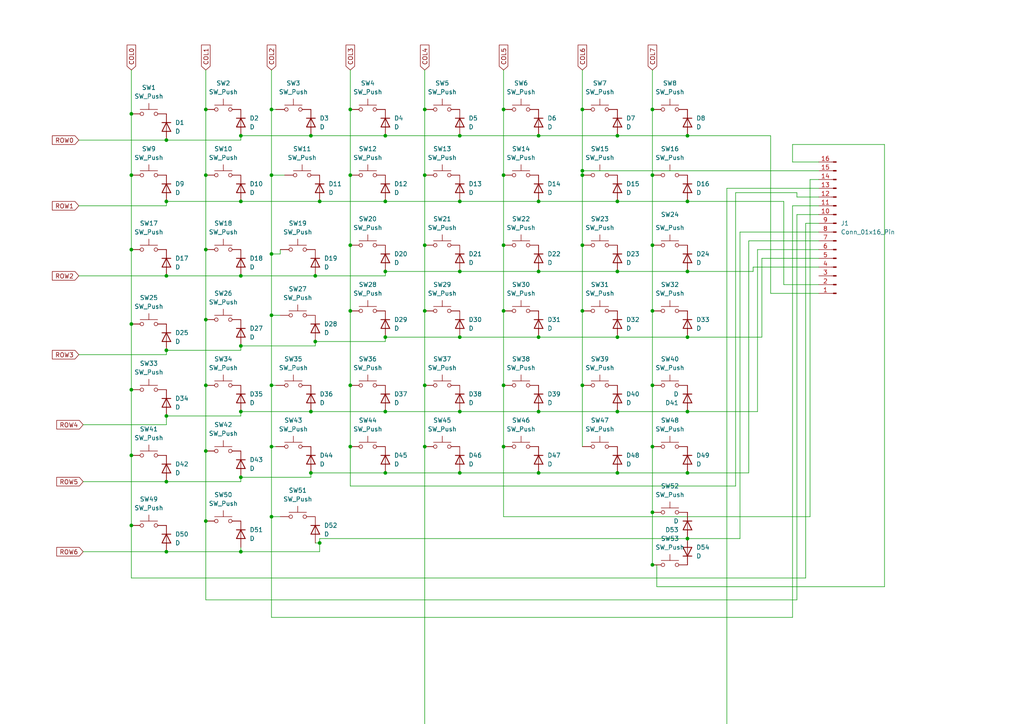
<source format=kicad_sch>
(kicad_sch (version 20250114) (generator "eeschema") (generator_version "9.0")
  (paper "A4")
  (lib_symbols
    (symbol "Connector:Conn_01x16_Pin" (pin_names (offset 1.016) (hide yes))
      (property "Reference" "J" (at 0 20.32 0))
      (property "Value" "Conn_01x16_Pin" (at 0 -22.86 0))
      (symbol "Conn_01x16_Pin_1_1"
        (pin passive line (at 5.08 17.78 180) (length 3.81) (name "Pin_1") (number "1"))
        (pin passive line (at 5.08 15.24 180) (length 3.81) (name "Pin_2") (number "2"))
        (pin passive line (at 5.08 12.7 180) (length 3.81) (name "Pin_3") (number "3"))
        (pin passive line (at 5.08 10.16 180) (length 3.81) (name "Pin_4") (number "4"))
        (pin passive line (at 5.08 7.62 180) (length 3.81) (name "Pin_5") (number "5"))
        (pin passive line (at 5.08 5.08 180) (length 3.81) (name "Pin_6") (number "6"))
        (pin passive line (at 5.08 2.54 180) (length 3.81) (name "Pin_7") (number "7"))
        (pin passive line (at 5.08 0 180) (length 3.81) (name "Pin_8") (number "8"))
        (pin passive line (at 5.08 -2.54 180) (length 3.81) (name "Pin_9") (number "9"))
        (pin passive line (at 5.08 -5.08 180) (length 3.81) (name "Pin_10") (number "10"))
        (pin passive line (at 5.08 -7.62 180) (length 3.81) (name "Pin_11") (number "11"))
        (pin passive line (at 5.08 -10.16 180) (length 3.81) (name "Pin_12") (number "12"))
        (pin passive line (at 5.08 -12.7 180) (length 3.81) (name "Pin_13") (number "13"))
        (pin passive line (at 5.08 -15.24 180) (length 3.81) (name "Pin_14") (number "14"))
        (pin passive line (at 5.08 -17.78 180) (length 3.81) (name "Pin_15") (number "15"))
        (pin passive line (at 5.08 -20.32 180) (length 3.81) (name "Pin_16") (number "16"))
      )
    )
    (symbol "Device:D" (pin_numbers (hide yes)) (pin_names (offset 1.016) (hide yes))
      (property "Reference" "D" (at 0 2.54 0))
      (property "Value" "D" (at 0 -2.54 0))
      (symbol "D_1_1"
        (pin passive line (at -3.81 0 0) (length 2.54) (name "K") (number "1"))
        (pin passive line (at 3.81 0 180) (length 2.54) (name "A") (number "2"))
      )
    )
    (symbol "Switch:SW_Push" (pin_numbers (hide yes)) (pin_names (offset 1.016) (hide yes))
      (property "Reference" "SW" (at 1.27 2.54 0))
      (property "Value" "SW_Push" (at 0 -1.524 0))
      (symbol "SW_Push_0_1"
        (pin passive line (at -5.08 0 0) (length 2.54) (name "1") (number "1"))
        (pin passive line (at 5.08 0 180) (length 2.54) (name "2") (number "2"))
      )
    )
  )
  (junction (at 59.69 151.13))
  (junction (at 199.39 39.37))
  (junction (at 78.74 149.86))
  (junction (at 59.69 130.81))
  (junction (at 133.35 58.42))
  (junction (at 179.07 97.79))
  (junction (at 179.07 119.38))
  (junction (at 133.35 137.16))
  (junction (at 123.19 90.17))
  (junction (at 133.35 97.79))
  (junction (at 146.05 111.76))
  (junction (at 123.19 31.75))
  (junction (at 156.21 119.38))
  (junction (at 48.26 139.7))
  (junction (at 156.21 39.37))
  (junction (at 133.35 78.74))
  (junction (at 101.6 71.12))
  (junction (at 123.19 50.8))
  (junction (at 199.39 137.16))
  (junction (at 38.1 93.98))
  (junction (at 123.19 129.54))
  (junction (at 168.91 71.12))
  (junction (at 133.35 39.37))
  (junction (at 69.85 100.33))
  (junction (at 146.05 71.12))
  (junction (at 69.85 58.42))
  (junction (at 38.1 132.08))
  (junction (at 69.85 119.38))
  (junction (at 179.07 58.42))
  (junction (at 59.69 72.39))
  (junction (at 168.91 31.75))
  (junction (at 38.1 152.4))
  (junction (at 69.85 39.37))
  (junction (at 189.23 71.12))
  (junction (at 101.6 50.8))
  (junction (at 48.26 58.42))
  (junction (at 59.69 31.75))
  (junction (at 189.23 31.75))
  (junction (at 59.69 92.71))
  (junction (at 90.17 39.37))
  (junction (at 92.71 157.48))
  (junction (at 59.69 50.8))
  (junction (at 111.76 137.16))
  (junction (at 146.05 129.54))
  (junction (at 48.26 40.64))
  (junction (at 146.05 90.17))
  (junction (at 111.76 78.74))
  (junction (at 133.35 119.38))
  (junction (at 90.17 137.16))
  (junction (at 101.6 90.17))
  (junction (at 199.39 97.79))
  (junction (at 92.71 58.42))
  (junction (at 179.07 78.74))
  (junction (at 101.6 31.75))
  (junction (at 199.39 119.38))
  (junction (at 156.21 137.16))
  (junction (at 78.74 73.66))
  (junction (at 189.23 50.8))
  (junction (at 78.74 50.8))
  (junction (at 91.44 80.01))
  (junction (at 179.07 137.16))
  (junction (at 59.69 111.76))
  (junction (at 179.07 39.37))
  (junction (at 168.91 49.53))
  (junction (at 111.76 119.38))
  (junction (at 156.21 78.74))
  (junction (at 48.26 80.01))
  (junction (at 168.91 50.8))
  (junction (at 48.26 101.6))
  (junction (at 78.74 111.76))
  (junction (at 189.23 90.17))
  (junction (at 111.76 97.79))
  (junction (at 199.39 58.42))
  (junction (at 38.1 72.39))
  (junction (at 168.91 111.76))
  (junction (at 90.17 119.38))
  (junction (at 168.91 90.17))
  (junction (at 48.26 120.65))
  (junction (at 199.39 78.74))
  (junction (at 189.23 148.59))
  (junction (at 146.05 50.8))
  (junction (at 101.6 111.76))
  (junction (at 123.19 111.76))
  (junction (at 156.21 97.79))
  (junction (at 189.23 111.76))
  (junction (at 38.1 33.02))
  (junction (at 78.74 129.54))
  (junction (at 111.76 58.42))
  (junction (at 91.44 99.06))
  (junction (at 101.6 129.54))
  (junction (at 78.74 91.44))
  (junction (at 78.74 31.75))
  (junction (at 69.85 80.01))
  (junction (at 146.05 31.75))
  (junction (at 69.85 160.02))
  (junction (at 38.1 113.03))
  (junction (at 69.85 138.43))
  (junction (at 38.1 50.8))
  (junction (at 199.39 156.21))
  (junction (at 123.19 71.12))
  (junction (at 111.76 39.37))
  (junction (at 156.21 58.42))
  (junction (at 48.26 160.02))
  (junction (at 189.23 163.83))
  (junction (at 189.23 129.54))
  (wire (pts (xy 48.26 102.87) (xy 48.26 101.6)))
  (wire (pts (xy 229.87 41.91) (xy 229.87 46.99)))
  (wire (pts (xy 214.63 156.21) (xy 214.63 67.31)))
  (wire (pts (xy 220.98 97.79) (xy 220.98 74.93)))
  (wire (pts (xy 111.76 39.37) (xy 133.35 39.37)))
  (wire (pts (xy 69.85 80.01) (xy 91.44 80.01)))
  (wire (pts (xy 123.19 31.75) (xy 123.19 50.8)))
  (wire (pts (xy 38.1 167.64) (xy 233.68 167.64)))
  (wire (pts (xy 237.49 69.85) (xy 217.17 69.85)))
  (wire (pts (xy 210.82 54.61) (xy 237.49 54.61)))
  (wire (pts (xy 123.19 71.12) (xy 123.19 90.17)))
  (wire (pts (xy 231.14 62.23) (xy 237.49 62.23)))
  (wire (pts (xy 38.1 20.32) (xy 38.1 33.02)))
  (wire (pts (xy 168.91 20.32) (xy 168.91 31.75)))
  (wire (pts (xy 156.21 58.42) (xy 179.07 58.42)))
  (wire (pts (xy 81.28 72.39) (xy 81.28 73.66)))
  (wire (pts (xy 59.69 20.32) (xy 59.69 31.75)))
  (wire (pts (xy 101.6 140.97) (xy 213.36 140.97)))
  (wire (pts (xy 189.23 148.59) (xy 189.23 163.83)))
  (wire (pts (xy 199.39 97.79) (xy 220.98 97.79)))
  (wire (pts (xy 78.74 31.75) (xy 80.01 31.75)))
  (wire (pts (xy 78.74 111.76) (xy 80.01 111.76)))
  (wire (pts (xy 78.74 149.86) (xy 78.74 129.54)))
  (wire (pts (xy 168.91 111.76) (xy 168.91 90.17)))
  (wire (pts (xy 229.87 46.99) (xy 237.49 46.99)))
  (wire (pts (xy 210.82 54.61) (xy 210.82 232.41)))
  (wire (pts (xy 22.86 102.87) (xy 48.26 102.87)))
  (wire (pts (xy 219.71 72.39) (xy 237.49 72.39)))
  (wire (pts (xy 78.74 111.76) (xy 78.74 129.54)))
  (wire (pts (xy 69.85 101.6) (xy 69.85 100.33)))
  (wire (pts (xy 123.19 50.8) (xy 123.19 71.12)))
  (wire (pts (xy 90.17 39.37) (xy 111.76 39.37)))
  (wire (pts (xy 92.71 156.21) (xy 92.71 157.48)))
  (wire (pts (xy 168.91 31.75) (xy 168.91 49.53)))
  (wire (pts (xy 233.68 64.77) (xy 237.49 64.77)))
  (wire (pts (xy 24.13 160.02) (xy 48.26 160.02)))
  (wire (pts (xy 78.74 111.76) (xy 78.74 91.44)))
  (wire (pts (xy 48.26 123.19) (xy 48.26 120.65)))
  (wire (pts (xy 78.74 149.86) (xy 78.74 179.07)))
  (wire (pts (xy 69.85 39.37) (xy 90.17 39.37)))
  (wire (pts (xy 38.1 72.39) (xy 38.1 93.98)))
  (wire (pts (xy 256.54 170.18) (xy 256.54 41.91)))
  (wire (pts (xy 218.44 77.47) (xy 237.49 77.47)))
  (wire (pts (xy 78.74 50.8) (xy 78.74 73.66)))
  (wire (pts (xy 237.49 85.09) (xy 223.52 85.09)))
  (wire (pts (xy 59.69 151.13) (xy 59.69 173.99)))
  (wire (pts (xy 91.44 99.06) (xy 111.76 99.06)))
  (wire (pts (xy 168.91 49.53) (xy 237.49 49.53)))
  (wire (pts (xy 133.35 119.38) (xy 156.21 119.38)))
  (wire (pts (xy 101.6 90.17) (xy 101.6 111.76)))
  (wire (pts (xy 69.85 160.02) (xy 69.85 158.75)))
  (wire (pts (xy 59.69 92.71) (xy 59.69 111.76)))
  (wire (pts (xy 229.87 59.69) (xy 237.49 59.69)))
  (wire (pts (xy 59.69 111.76) (xy 59.69 130.81)))
  (wire (pts (xy 48.26 80.01) (xy 69.85 80.01)))
  (wire (pts (xy 59.69 72.39) (xy 59.69 92.71)))
  (wire (pts (xy 146.05 50.8) (xy 146.05 71.12)))
  (wire (pts (xy 69.85 160.02) (xy 92.71 160.02)))
  (wire (pts (xy 69.85 58.42) (xy 92.71 58.42)))
  (wire (pts (xy 133.35 78.74) (xy 156.21 78.74)))
  (wire (pts (xy 156.21 137.16) (xy 179.07 137.16)))
  (wire (pts (xy 146.05 71.12) (xy 146.05 90.17)))
  (wire (pts (xy 48.26 59.69) (xy 48.26 58.42)))
  (wire (pts (xy 133.35 137.16) (xy 156.21 137.16)))
  (wire (pts (xy 111.76 97.79) (xy 133.35 97.79)))
  (wire (pts (xy 59.69 31.75) (xy 59.69 50.8)))
  (wire (pts (xy 234.95 52.07) (xy 237.49 52.07)))
  (wire (pts (xy 227.33 82.55) (xy 237.49 82.55)))
  (wire (pts (xy 231.14 57.15) (xy 237.49 57.15)))
  (wire (pts (xy 111.76 99.06) (xy 111.76 97.79)))
  (wire (pts (xy 123.19 129.54) (xy 123.19 232.41)))
  (wire (pts (xy 92.71 157.48) (xy 91.44 157.48)))
  (wire (pts (xy 38.1 113.03) (xy 38.1 132.08)))
  (wire (pts (xy 229.87 179.07) (xy 229.87 59.69)))
  (wire (pts (xy 69.85 40.64) (xy 69.85 39.37)))
  (wire (pts (xy 213.36 140.97) (xy 213.36 55.88)))
  (wire (pts (xy 92.71 157.48) (xy 92.71 160.02)))
  (wire (pts (xy 78.74 73.66) (xy 78.74 91.44)))
  (wire (pts (xy 111.76 58.42) (xy 133.35 58.42)))
  (wire (pts (xy 101.6 111.76) (xy 101.6 129.54)))
  (wire (pts (xy 223.52 85.09) (xy 223.52 39.37)))
  (wire (pts (xy 78.74 91.44) (xy 81.28 91.44)))
  (wire (pts (xy 59.69 50.8) (xy 59.69 72.39)))
  (wire (pts (xy 189.23 129.54) (xy 189.23 148.59)))
  (wire (pts (xy 189.23 31.75) (xy 189.23 50.8)))
  (wire (pts (xy 213.36 55.88) (xy 231.14 55.88)))
  (wire (pts (xy 146.05 111.76) (xy 146.05 129.54)))
  (wire (pts (xy 78.74 20.32) (xy 78.74 31.75)))
  (wire (pts (xy 179.07 97.79) (xy 199.39 97.79)))
  (wire (pts (xy 168.91 71.12) (xy 168.91 50.8)))
  (wire (pts (xy 123.19 90.17) (xy 123.19 111.76)))
  (wire (pts (xy 123.19 111.76) (xy 123.19 129.54)))
  (wire (pts (xy 168.91 71.12) (xy 168.91 90.17)))
  (wire (pts (xy 214.63 67.31) (xy 237.49 67.31)))
  (wire (pts (xy 189.23 20.32) (xy 189.23 31.75)))
  (wire (pts (xy 78.74 129.54) (xy 80.01 129.54)))
  (wire (pts (xy 22.86 80.01) (xy 48.26 80.01)))
  (wire (pts (xy 199.39 119.38) (xy 219.71 119.38)))
  (wire (pts (xy 48.26 40.64) (xy 69.85 40.64)))
  (wire (pts (xy 146.05 149.86) (xy 234.95 149.86)))
  (wire (pts (xy 90.17 137.16) (xy 111.76 137.16)))
  (wire (pts (xy 133.35 39.37) (xy 156.21 39.37)))
  (wire (pts (xy 189.23 111.76) (xy 189.23 129.54)))
  (wire (pts (xy 38.1 33.02) (xy 38.1 50.8)))
  (wire (pts (xy 59.69 130.81) (xy 59.69 151.13)))
  (wire (pts (xy 234.95 149.86) (xy 234.95 52.07)))
  (wire (pts (xy 156.21 78.74) (xy 179.07 78.74)))
  (wire (pts (xy 38.1 50.8) (xy 38.1 72.39)))
  (wire (pts (xy 227.33 58.42) (xy 227.33 82.55)))
  (wire (pts (xy 78.74 50.8) (xy 82.55 50.8)))
  (wire (pts (xy 146.05 129.54) (xy 146.05 149.86)))
  (wire (pts (xy 168.91 111.76) (xy 168.91 129.54)))
  (wire (pts (xy 91.44 80.01) (xy 111.76 80.01)))
  (wire (pts (xy 81.28 149.86) (xy 78.74 149.86)))
  (wire (pts (xy 59.69 173.99) (xy 231.14 173.99)))
  (wire (pts (xy 231.14 55.88) (xy 231.14 57.15)))
  (wire (pts (xy 101.6 31.75) (xy 101.6 50.8)))
  (wire (pts (xy 24.13 139.7) (xy 48.26 139.7)))
  (wire (pts (xy 78.74 179.07) (xy 229.87 179.07)))
  (wire (pts (xy 190.5 163.83) (xy 190.5 170.18)))
  (wire (pts (xy 22.86 40.64) (xy 48.26 40.64)))
  (wire (pts (xy 199.39 39.37) (xy 223.52 39.37)))
  (wire (pts (xy 101.6 20.32) (xy 101.6 31.75)))
  (wire (pts (xy 156.21 119.38) (xy 179.07 119.38)))
  (wire (pts (xy 123.19 20.32) (xy 123.19 31.75)))
  (wire (pts (xy 38.1 132.08) (xy 38.1 152.4)))
  (wire (pts (xy 156.21 97.79) (xy 179.07 97.79)))
  (wire (pts (xy 218.44 78.74) (xy 218.44 77.47)))
  (wire (pts (xy 256.54 41.91) (xy 229.87 41.91)))
  (wire (pts (xy 179.07 39.37) (xy 199.39 39.37)))
  (wire (pts (xy 92.71 156.21) (xy 199.39 156.21)))
  (wire (pts (xy 101.6 129.54) (xy 101.6 140.97)))
  (wire (pts (xy 101.6 50.8) (xy 101.6 71.12)))
  (wire (pts (xy 69.85 119.38) (xy 90.17 119.38)))
  (wire (pts (xy 92.71 58.42) (xy 111.76 58.42)))
  (wire (pts (xy 199.39 78.74) (xy 218.44 78.74)))
  (wire (pts (xy 69.85 138.43) (xy 90.17 138.43)))
  (wire (pts (xy 179.07 78.74) (xy 199.39 78.74)))
  (wire (pts (xy 90.17 138.43) (xy 90.17 137.16)))
  (wire (pts (xy 189.23 50.8) (xy 189.23 71.12)))
  (wire (pts (xy 69.85 120.65) (xy 69.85 119.38)))
  (wire (pts (xy 123.19 232.41) (xy 210.82 232.41)))
  (wire (pts (xy 133.35 97.79) (xy 156.21 97.79)))
  (wire (pts (xy 48.26 101.6) (xy 69.85 101.6)))
  (wire (pts (xy 48.26 139.7) (xy 69.85 139.7)))
  (wire (pts (xy 48.26 160.02) (xy 69.85 160.02)))
  (wire (pts (xy 111.76 137.16) (xy 133.35 137.16)))
  (wire (pts (xy 233.68 167.64) (xy 233.68 64.77)))
  (wire (pts (xy 24.13 123.19) (xy 48.26 123.19)))
  (wire (pts (xy 91.44 100.33) (xy 91.44 99.06)))
  (wire (pts (xy 111.76 119.38) (xy 133.35 119.38)))
  (wire (pts (xy 199.39 58.42) (xy 227.33 58.42)))
  (wire (pts (xy 69.85 139.7) (xy 69.85 138.43)))
  (wire (pts (xy 111.76 78.74) (xy 133.35 78.74)))
  (wire (pts (xy 78.74 31.75) (xy 78.74 50.8)))
  (wire (pts (xy 199.39 137.16) (xy 217.17 137.16)))
  (wire (pts (xy 190.5 170.18) (xy 256.54 170.18)))
  (wire (pts (xy 219.71 119.38) (xy 219.71 72.39)))
  (wire (pts (xy 48.26 58.42) (xy 69.85 58.42)))
  (wire (pts (xy 231.14 173.99) (xy 231.14 62.23)))
  (wire (pts (xy 22.86 59.69) (xy 48.26 59.69)))
  (wire (pts (xy 179.07 137.16) (xy 199.39 137.16)))
  (wire (pts (xy 189.23 90.17) (xy 189.23 111.76)))
  (wire (pts (xy 189.23 71.12) (xy 189.23 90.17)))
  (wire (pts (xy 189.23 163.83) (xy 190.5 163.83)))
  (wire (pts (xy 38.1 93.98) (xy 38.1 113.03)))
  (wire (pts (xy 156.21 39.37) (xy 179.07 39.37)))
  (wire (pts (xy 199.39 156.21) (xy 214.63 156.21)))
  (wire (pts (xy 220.98 74.93) (xy 237.49 74.93)))
  (wire (pts (xy 101.6 71.12) (xy 101.6 90.17)))
  (wire (pts (xy 81.28 73.66) (xy 78.74 73.66)))
  (wire (pts (xy 179.07 58.42) (xy 199.39 58.42)))
  (wire (pts (xy 69.85 100.33) (xy 91.44 100.33)))
  (wire (pts (xy 90.17 119.38) (xy 111.76 119.38)))
  (wire (pts (xy 179.07 119.38) (xy 199.39 119.38)))
  (wire (pts (xy 146.05 20.32) (xy 146.05 31.75)))
  (wire (pts (xy 146.05 90.17) (xy 146.05 111.76)))
  (wire (pts (xy 133.35 58.42) (xy 156.21 58.42)))
  (wire (pts (xy 146.05 31.75) (xy 146.05 50.8)))
  (wire (pts (xy 38.1 152.4) (xy 38.1 167.64)))
  (wire (pts (xy 217.17 69.85) (xy 217.17 137.16)))
  (wire (pts (xy 111.76 80.01) (xy 111.76 78.74)))
  (wire (pts (xy 48.26 120.65) (xy 69.85 120.65)))
  (wire (pts (xy 168.91 49.53) (xy 168.91 50.8)))
  (global_label "ROW5" (shape input) (at 24.13 139.7 180) (property "Intersheetrefs" "${INTERSHEET_REFS}" (effects (hide yes))))
  (global_label "COL2" (shape input) (at 78.74 20.32 90) (property "Intersheetrefs" "${INTERSHEET_REFS}" (effects (hide yes))))
  (global_label "COL4" (shape input) (at 123.19 20.32 90) (property "Intersheetrefs" "${INTERSHEET_REFS}" (effects (hide yes))))
  (global_label "ROW4" (shape input) (at 24.13 123.19 180) (property "Intersheetrefs" "${INTERSHEET_REFS}" (effects (hide yes))))
  (global_label "COL6" (shape input) (at 168.91 20.32 90) (property "Intersheetrefs" "${INTERSHEET_REFS}" (effects (hide yes))))
  (global_label "COL5" (shape input) (at 146.05 20.32 90) (property "Intersheetrefs" "${INTERSHEET_REFS}" (effects (hide yes))))
  (global_label "ROW1" (shape input) (at 22.86 59.69 180) (property "Intersheetrefs" "${INTERSHEET_REFS}" (effects (hide yes))))
  (global_label "ROW2" (shape input) (at 22.86 80.01 180) (property "Intersheetrefs" "${INTERSHEET_REFS}" (effects (hide yes))))
  (global_label "ROW6" (shape input) (at 24.13 160.02 180) (property "Intersheetrefs" "${INTERSHEET_REFS}" (effects (hide yes))))
  (global_label "COL1" (shape input) (at 59.69 20.32 90) (property "Intersheetrefs" "${INTERSHEET_REFS}" (effects (hide yes))))
  (global_label "COL7" (shape input) (at 189.23 20.32 90) (property "Intersheetrefs" "${INTERSHEET_REFS}" (effects (hide yes))))
  (global_label "ROW0" (shape input) (at 22.86 40.64 180) (property "Intersheetrefs" "${INTERSHEET_REFS}" (effects (hide yes))))
  (global_label "COL3" (shape input) (at 101.6 20.32 90) (property "Intersheetrefs" "${INTERSHEET_REFS}" (effects (hide yes))))
  (global_label "COL0" (shape input) (at 38.1 20.32 90) (property "Intersheetrefs" "${INTERSHEET_REFS}" (effects (hide yes))))
  (global_label "ROW3" (shape input) (at 22.86 102.87 180) (property "Intersheetrefs" "${INTERSHEET_REFS}" (effects (hide yes))))
  (symbol (lib_id "Switch:SW_Push") (at 43.18 132.08 0) (unit 1)
    (property "Reference" "SW41" (at 43.18 124.46 0))
    (property "Value" "SW_Push" (at 43.18 127 0))
    (property "Footprint" "Button_Switch_Keyboard:SW_Cherry_MX_1.00u_PCB" (effects (hide yes)))
    (property "Description" "Push button switch, generic, two pins" (effects (hide yes)))
  )
  (symbol (lib_id "Device:D") (at 91.44 95.25 270) (unit 1)
    (property "Reference" "D28" (at 93.98 93.9799 90) (effects (justify left)))
    (property "Value" "D" (at 93.98 96.5199 90) (effects (justify left)))
    (property "Footprint" "Diode_SMD:D_SOD-123" (effects (hide yes)))
    (property "Description" "Diode" (effects (hide yes)))
    (property "Sim.Device" "D" (effects (hide yes)))
    (property "Sim.Pins" "1=K 2=A" (effects (hide yes)))
  )
  (symbol (lib_id "Device:D") (at 90.17 115.57 270) (unit 1)
    (property "Reference" "D36" (at 92.71 114.2999 90) (effects (justify left)))
    (property "Value" "D" (at 92.71 116.8399 90) (effects (justify left)))
    (property "Footprint" "Diode_SMD:D_SOD-123" (effects (hide yes)))
    (property "Description" "Diode" (effects (hide yes)))
    (property "Sim.Device" "D" (effects (hide yes)))
    (property "Sim.Pins" "1=K 2=A" (effects (hide yes)))
  )
  (symbol (lib_id "Switch:SW_Push") (at 128.27 71.12 0) (unit 1)
    (property "Reference" "SW21" (at 128.27 63.5 0))
    (property "Value" "SW_Push" (at 128.27 66.04 0))
    (property "Footprint" "Button_Switch_Keyboard:SW_Cherry_MX_1.00u_PCB" (effects (hide yes)))
    (property "Description" "Push button switch, generic, two pins" (effects (hide yes)))
  )
  (symbol (lib_id "Device:D") (at 156.21 35.56 270) (unit 1)
    (property "Reference" "D6" (at 158.75 34.2899 90) (effects (justify left)))
    (property "Value" "D" (at 158.75 36.8299 90) (effects (justify left)))
    (property "Footprint" "Diode_SMD:D_SOD-123" (effects (hide yes)))
    (property "Description" "Diode" (effects (hide yes)))
    (property "Sim.Device" "D" (effects (hide yes)))
    (property "Sim.Pins" "1=K 2=A" (effects (hide yes)))
  )
  (symbol (lib_id "Device:D") (at 179.07 115.57 270) (unit 1)
    (property "Reference" "D40" (at 181.61 114.2999 90) (effects (justify left)))
    (property "Value" "D" (at 181.61 116.8399 90) (effects (justify left)))
    (property "Footprint" "Diode_SMD:D_SOD-123" (effects (hide yes)))
    (property "Description" "Diode" (effects (hide yes)))
    (property "Sim.Device" "D" (effects (hide yes)))
    (property "Sim.Pins" "1=K 2=A" (effects (hide yes)))
  )
  (symbol (lib_id "Device:D") (at 90.17 35.56 270) (unit 1)
    (property "Reference" "D3" (at 92.71 34.2899 90) (effects (justify left)))
    (property "Value" "D" (at 92.71 36.8299 90) (effects (justify left)))
    (property "Footprint" "Diode_SMD:D_SOD-123" (effects (hide yes)))
    (property "Description" "Diode" (effects (hide yes)))
    (property "Sim.Device" "D" (effects (hide yes)))
    (property "Sim.Pins" "1=K 2=A" (effects (hide yes)))
  )
  (symbol (lib_id "Switch:SW_Push") (at 64.77 92.71 0) (unit 1)
    (property "Reference" "SW26" (at 64.77 85.09 0))
    (property "Value" "SW_Push" (at 64.77 87.63 0))
    (property "Footprint" "Button_Switch_Keyboard:SW_Cherry_MX_1.00u_PCB" (effects (hide yes)))
    (property "Description" "Push button switch, generic, two pins" (effects (hide yes)))
  )
  (symbol (lib_id "Device:D") (at 69.85 76.2 270) (unit 1)
    (property "Reference" "D18" (at 72.39 74.9299 90) (effects (justify left)))
    (property "Value" "D" (at 72.39 77.4699 90) (effects (justify left)))
    (property "Footprint" "Diode_SMD:D_SOD-123" (effects (hide yes)))
    (property "Description" "Diode" (effects (hide yes)))
    (property "Sim.Device" "D" (effects (hide yes)))
    (property "Sim.Pins" "1=K 2=A" (effects (hide yes)))
  )
  (symbol (lib_id "Device:D") (at 111.76 93.98 270) (unit 1)
    (property "Reference" "D29" (at 114.3 92.7099 90) (effects (justify left)))
    (property "Value" "D" (at 114.3 95.2499 90) (effects (justify left)))
    (property "Footprint" "Diode_SMD:D_SOD-123" (effects (hide yes)))
    (property "Description" "Diode" (effects (hide yes)))
    (property "Sim.Device" "D" (effects (hide yes)))
    (property "Sim.Pins" "1=K 2=A" (effects (hide yes)))
  )
  (symbol (lib_id "Device:D") (at 199.39 115.57 270) (unit 1)
    (property "Reference" "D41" (at 196.85 116.8401 90) (effects (justify right)))
    (property "Value" "D" (at 196.85 114.3001 90) (effects (justify right)))
    (property "Footprint" "Diode_SMD:D_SOD-123" (effects (hide yes)))
    (property "Description" "Diode" (effects (hide yes)))
    (property "Sim.Device" "D" (effects (hide yes)))
    (property "Sim.Pins" "1=K 2=A" (effects (hide yes)))
  )
  (symbol (lib_id "Switch:SW_Push") (at 43.18 33.02 0) (unit 1)
    (property "Reference" "SW1" (at 43.18 25.4 0))
    (property "Value" "SW_Push" (at 43.18 27.94 0))
    (property "Footprint" "Button_Switch_Keyboard:SW_Cherry_MX_1.00u_PCB" (effects (hide yes)))
    (property "Description" "Push button switch, generic, two pins" (effects (hide yes)))
  )
  (symbol (lib_id "Switch:SW_Push") (at 194.31 50.8 0) (unit 1)
    (property "Reference" "SW16" (at 194.31 43.18 0))
    (property "Value" "SW_Push" (at 194.31 45.72 0))
    (property "Footprint" "Button_Switch_Keyboard:SW_Cherry_MX_1.00u_PCB" (effects (hide yes)))
    (property "Description" "Push button switch, generic, two pins" (effects (hide yes)))
  )
  (symbol (lib_id "Device:D") (at 69.85 35.56 270) (unit 1)
    (property "Reference" "D2" (at 72.39 34.2899 90) (effects (justify left)))
    (property "Value" "D" (at 72.39 36.8299 90) (effects (justify left)))
    (property "Footprint" "Diode_SMD:D_SOD-123" (effects (hide yes)))
    (property "Description" "Diode" (effects (hide yes)))
    (property "Sim.Device" "D" (effects (hide yes)))
    (property "Sim.Pins" "1=K 2=A" (effects (hide yes)))
  )
  (symbol (lib_id "Device:D") (at 48.26 36.83 270) (unit 1)
    (property "Reference" "D1" (at 50.8 35.5599 90) (effects (justify left)))
    (property "Value" "D" (at 50.8 38.0999 90) (effects (justify left)))
    (property "Footprint" "Diode_SMD:D_SOD-123" (effects (hide yes)))
    (property "Description" "Diode" (effects (hide yes)))
    (property "Sim.Device" "D" (effects (hide yes)))
    (property "Sim.Pins" "1=K 2=A" (effects (hide yes)))
  )
  (symbol (lib_id "Device:D") (at 199.39 133.35 270) (unit 1)
    (property "Reference" "D49" (at 201.93 132.0799 90) (effects (justify left)))
    (property "Value" "D" (at 201.93 134.6199 90) (effects (justify left)))
    (property "Footprint" "Diode_SMD:D_SOD-123" (effects (hide yes)))
    (property "Description" "Diode" (effects (hide yes)))
    (property "Sim.Device" "D" (effects (hide yes)))
    (property "Sim.Pins" "1=K 2=A" (effects (hide yes)))
  )
  (symbol (lib_id "Switch:SW_Push") (at 43.18 72.39 0) (unit 1)
    (property "Reference" "SW17" (at 43.18 64.77 0))
    (property "Value" "SW_Push" (at 43.18 67.31 0))
    (property "Footprint" "Button_Switch_Keyboard:SW_Cherry_MX_1.00u_PCB" (effects (hide yes)))
    (property "Description" "Push button switch, generic, two pins" (effects (hide yes)))
  )
  (symbol (lib_id "Switch:SW_Push") (at 85.09 31.75 0) (unit 1)
    (property "Reference" "SW3" (at 85.09 24.13 0))
    (property "Value" "SW_Push" (at 85.09 26.67 0))
    (property "Footprint" "Button_Switch_Keyboard:SW_Cherry_MX_1.00u_PCB" (effects (hide yes)))
    (property "Description" "Push button switch, generic, two pins" (effects (hide yes)))
  )
  (symbol (lib_id "Switch:SW_Push") (at 86.36 149.86 0) (unit 1)
    (property "Reference" "SW51" (at 86.36 142.24 0))
    (property "Value" "SW_Push" (at 86.36 144.78 0))
    (property "Footprint" "Button_Switch_Keyboard:SW_Cherry_MX_1.00u_PCB" (effects (hide yes)))
    (property "Description" "Push button switch, generic, two pins" (effects (hide yes)))
  )
  (symbol (lib_id "Device:D") (at 48.26 54.61 270) (unit 1)
    (property "Reference" "D9" (at 50.8 53.3399 90) (effects (justify left)))
    (property "Value" "D" (at 50.8 55.8799 90) (effects (justify left)))
    (property "Footprint" "Diode_SMD:D_SOD-123" (effects (hide yes)))
    (property "Description" "Diode" (effects (hide yes)))
    (property "Sim.Device" "D" (effects (hide yes)))
    (property "Sim.Pins" "1=K 2=A" (effects (hide yes)))
  )
  (symbol (lib_id "Device:D") (at 179.07 74.93 270) (unit 1)
    (property "Reference" "D23" (at 181.61 73.6599 90) (effects (justify left)))
    (property "Value" "D" (at 181.61 76.1999 90) (effects (justify left)))
    (property "Footprint" "Diode_SMD:D_SOD-123" (effects (hide yes)))
    (property "Description" "Diode" (effects (hide yes)))
    (property "Sim.Device" "D" (effects (hide yes)))
    (property "Sim.Pins" "1=K 2=A" (effects (hide yes)))
  )
  (symbol (lib_id "Switch:SW_Push") (at 194.31 163.83 0) (unit 1)
    (property "Reference" "SW53" (at 194.31 156.21 0))
    (property "Value" "SW_Push" (at 194.31 158.75 0))
    (property "Footprint" "Button_Switch_Keyboard:SW_Cherry_MX_1.75u_PCB" (effects (hide yes)))
    (property "Description" "Push button switch, generic, two pins" (effects (hide yes)))
  )
  (symbol (lib_id "Switch:SW_Push") (at 151.13 129.54 0) (unit 1)
    (property "Reference" "SW46" (at 151.13 121.92 0))
    (property "Value" "SW_Push" (at 151.13 124.46 0))
    (property "Footprint" "Button_Switch_Keyboard:SW_Cherry_MX_1.00u_PCB" (effects (hide yes)))
    (property "Description" "Push button switch, generic, two pins" (effects (hide yes)))
  )
  (symbol (lib_id "Device:D") (at 69.85 54.61 270) (unit 1)
    (property "Reference" "D10" (at 72.39 53.3399 90) (effects (justify left)))
    (property "Value" "D" (at 72.39 55.8799 90) (effects (justify left)))
    (property "Footprint" "Diode_SMD:D_SOD-123" (effects (hide yes)))
    (property "Description" "Diode" (effects (hide yes)))
    (property "Sim.Device" "D" (effects (hide yes)))
    (property "Sim.Pins" "1=K 2=A" (effects (hide yes)))
  )
  (symbol (lib_id "Switch:SW_Push") (at 151.13 111.76 0) (unit 1)
    (property "Reference" "SW38" (at 151.13 104.14 0))
    (property "Value" "SW_Push" (at 151.13 106.68 0))
    (property "Footprint" "Button_Switch_Keyboard:SW_Cherry_MX_1.00u_PCB" (effects (hide yes)))
    (property "Description" "Push button switch, generic, two pins" (effects (hide yes)))
  )
  (symbol (lib_id "Switch:SW_Push") (at 128.27 111.76 0) (unit 1)
    (property "Reference" "SW37" (at 128.27 104.14 0))
    (property "Value" "SW_Push" (at 128.27 106.68 0))
    (property "Footprint" "Button_Switch_Keyboard:SW_Cherry_MX_1.00u_PCB" (effects (hide yes)))
    (property "Description" "Push button switch, generic, two pins" (effects (hide yes)))
  )
  (symbol (lib_id "Switch:SW_Push") (at 106.68 31.75 0) (unit 1)
    (property "Reference" "SW4" (at 106.68 24.13 0))
    (property "Value" "SW_Push" (at 106.68 26.67 0))
    (property "Footprint" "Button_Switch_Keyboard:SW_Cherry_MX_1.00u_PCB" (effects (hide yes)))
    (property "Description" "Push button switch, generic, two pins" (effects (hide yes)))
  )
  (symbol (lib_id "Switch:SW_Push") (at 64.77 151.13 0) (unit 1)
    (property "Reference" "SW50" (at 64.77 143.51 0))
    (property "Value" "SW_Push" (at 64.77 146.05 0))
    (property "Footprint" "Button_Switch_Keyboard:SW_Cherry_MX_1.00u_PCB" (effects (hide yes)))
    (property "Description" "Push button switch, generic, two pins" (effects (hide yes)))
  )
  (symbol (lib_id "Device:D") (at 133.35 74.93 270) (unit 1)
    (property "Reference" "D21" (at 135.89 73.6599 90) (effects (justify left)))
    (property "Value" "D" (at 135.89 76.1999 90) (effects (justify left)))
    (property "Footprint" "Diode_SMD:D_SOD-123" (effects (hide yes)))
    (property "Description" "Diode" (effects (hide yes)))
    (property "Sim.Device" "D" (effects (hide yes)))
    (property "Sim.Pins" "1=K 2=A" (effects (hide yes)))
  )
  (symbol (lib_id "Device:D") (at 179.07 93.98 270) (unit 1)
    (property "Reference" "D32" (at 181.61 92.7099 90) (effects (justify left)))
    (property "Value" "D" (at 181.61 95.2499 90) (effects (justify left)))
    (property "Footprint" "Diode_SMD:D_SOD-123" (effects (hide yes)))
    (property "Description" "Diode" (effects (hide yes)))
    (property "Sim.Device" "D" (effects (hide yes)))
    (property "Sim.Pins" "1=K 2=A" (effects (hide yes)))
  )
  (symbol (lib_id "Switch:SW_Push") (at 43.18 152.4 0) (unit 1)
    (property "Reference" "SW49" (at 43.18 144.78 0))
    (property "Value" "SW_Push" (at 43.18 147.32 0))
    (property "Footprint" "Button_Switch_Keyboard:SW_Cherry_MX_2.25u_PCB" (effects (hide yes)))
    (property "Description" "Push button switch, generic, two pins" (effects (hide yes)))
  )
  (symbol (lib_id "Device:D") (at 48.26 97.79 270) (unit 1)
    (property "Reference" "D25" (at 50.8 96.5199 90) (effects (justify left)))
    (property "Value" "D" (at 50.8 99.0599 90) (effects (justify left)))
    (property "Footprint" "Diode_SMD:D_SOD-123" (effects (hide yes)))
    (property "Description" "Diode" (effects (hide yes)))
    (property "Sim.Device" "D" (effects (hide yes)))
    (property "Sim.Pins" "1=K 2=A" (effects (hide yes)))
  )
  (symbol (lib_id "Switch:SW_Push") (at 173.99 50.8 0) (unit 1)
    (property "Reference" "SW15" (at 173.99 43.18 0))
    (property "Value" "SW_Push" (at 173.99 45.72 0))
    (property "Footprint" "Button_Switch_Keyboard:SW_Cherry_MX_1.00u_PCB" (effects (hide yes)))
    (property "Description" "Push button switch, generic, two pins" (effects (hide yes)))
  )
  (symbol (lib_id "Device:D") (at 199.39 93.98 270) (unit 1)
    (property "Reference" "D33" (at 201.93 92.7099 90) (effects (justify left)))
    (property "Value" "D" (at 201.93 95.2499 90) (effects (justify left)))
    (property "Footprint" "Diode_SMD:D_SOD-123" (effects (hide yes)))
    (property "Description" "Diode" (effects (hide yes)))
    (property "Sim.Device" "D" (effects (hide yes)))
    (property "Sim.Pins" "1=K 2=A" (effects (hide yes)))
  )
  (symbol (lib_id "Device:D") (at 111.76 133.35 270) (unit 1)
    (property "Reference" "D45" (at 114.3 132.0799 90) (effects (justify left)))
    (property "Value" "D" (at 114.3 134.6199 90) (effects (justify left)))
    (property "Footprint" "Diode_SMD:D_SOD-123" (effects (hide yes)))
    (property "Description" "Diode" (effects (hide yes)))
    (property "Sim.Device" "D" (effects (hide yes)))
    (property "Sim.Pins" "1=K 2=A" (effects (hide yes)))
  )
  (symbol (lib_id "Switch:SW_Push") (at 106.68 71.12 0) (unit 1)
    (property "Reference" "SW20" (at 106.68 63.5 0))
    (property "Value" "SW_Push" (at 106.68 66.04 0))
    (property "Footprint" "Button_Switch_Keyboard:SW_Cherry_MX_1.00u_PCB" (effects (hide yes)))
    (property "Description" "Push button switch, generic, two pins" (effects (hide yes)))
  )
  (symbol (lib_id "Device:D") (at 69.85 154.94 270) (unit 1)
    (property "Reference" "D51" (at 72.39 153.6699 90) (effects (justify left)))
    (property "Value" "D" (at 72.39 156.2099 90) (effects (justify left)))
    (property "Footprint" "Diode_SMD:D_SOD-123" (effects (hide yes)))
    (property "Description" "Diode" (effects (hide yes)))
    (property "Sim.Device" "D" (effects (hide yes)))
    (property "Sim.Pins" "1=K 2=A" (effects (hide yes)))
  )
  (symbol (lib_id "Switch:SW_Push") (at 86.36 72.39 0) (unit 1)
    (property "Reference" "SW19" (at 86.36 64.77 0))
    (property "Value" "SW_Push" (at 86.36 67.31 0))
    (property "Footprint" "Button_Switch_Keyboard:SW_Cherry_MX_1.00u_PCB" (effects (hide yes)))
    (property "Description" "Push button switch, generic, two pins" (effects (hide yes)))
  )
  (symbol (lib_id "Switch:SW_Push") (at 194.31 111.76 0) (unit 1)
    (property "Reference" "SW40" (at 194.31 104.14 0))
    (property "Value" "SW_Push" (at 194.31 106.68 0))
    (property "Footprint" "Button_Switch_Keyboard:SW_Cherry_MX_1.00u_PCB" (effects (hide yes)))
    (property "Description" "Push button switch, generic, two pins" (effects (hide yes)))
  )
  (symbol (lib_id "Switch:SW_Push") (at 106.68 129.54 0) (unit 1)
    (property "Reference" "SW44" (at 106.68 121.92 0))
    (property "Value" "SW_Push" (at 106.68 124.46 0))
    (property "Footprint" "Button_Switch_Keyboard:SW_Cherry_MX_1.00u_PCB" (effects (hide yes)))
    (property "Description" "Push button switch, generic, two pins" (effects (hide yes)))
  )
  (symbol (lib_id "Switch:SW_Push") (at 194.31 31.75 0) (unit 1)
    (property "Reference" "SW8" (at 194.31 24.13 0))
    (property "Value" "SW_Push" (at 194.31 26.67 0))
    (property "Footprint" "Button_Switch_Keyboard:SW_Cherry_MX_1.00u_PCB" (effects (hide yes)))
    (property "Description" "Push button switch, generic, two pins" (effects (hide yes)))
  )
  (symbol (lib_id "Switch:SW_Push") (at 43.18 50.8 0) (unit 1)
    (property "Reference" "SW9" (at 43.18 43.18 0))
    (property "Value" "SW_Push" (at 43.18 45.72 0))
    (property "Footprint" "Button_Switch_Keyboard:SW_Cherry_MX_1.00u_PCB" (effects (hide yes)))
    (property "Description" "Push button switch, generic, two pins" (effects (hide yes)))
  )
  (symbol (lib_id "Switch:SW_Push") (at 86.36 91.44 0) (unit 1)
    (property "Reference" "SW27" (at 86.36 83.82 0))
    (property "Value" "SW_Push" (at 86.36 86.36 0))
    (property "Footprint" "Button_Switch_Keyboard:SW_Cherry_MX_1.00u_PCB" (effects (hide yes)))
    (property "Description" "Push button switch, generic, two pins" (effects (hide yes)))
  )
  (symbol (lib_id "Device:D") (at 90.17 133.35 270) (unit 1)
    (property "Reference" "D44" (at 92.71 132.0799 90) (effects (justify left)))
    (property "Value" "D" (at 92.71 134.6199 90) (effects (justify left)))
    (property "Footprint" "Diode_SMD:D_SOD-123" (effects (hide yes)))
    (property "Description" "Diode" (effects (hide yes)))
    (property "Sim.Device" "D" (effects (hide yes)))
    (property "Sim.Pins" "1=K 2=A" (effects (hide yes)))
  )
  (symbol (lib_id "Switch:SW_Push") (at 128.27 50.8 0) (unit 1)
    (property "Reference" "SW13" (at 128.27 43.18 0))
    (property "Value" "SW_Push" (at 128.27 45.72 0))
    (property "Footprint" "Button_Switch_Keyboard:SW_Cherry_MX_1.00u_PCB" (effects (hide yes)))
    (property "Description" "Push button switch, generic, two pins" (effects (hide yes)))
  )
  (symbol (lib_id "Switch:SW_Push") (at 106.68 111.76 0) (unit 1)
    (property "Reference" "SW36" (at 106.68 104.14 0))
    (property "Value" "SW_Push" (at 106.68 106.68 0))
    (property "Footprint" "Button_Switch_Keyboard:SW_Cherry_MX_1.00u_PCB" (effects (hide yes)))
    (property "Description" "Push button switch, generic, two pins" (effects (hide yes)))
  )
  (symbol (lib_id "Device:D") (at 179.07 54.61 270) (unit 1)
    (property "Reference" "D15" (at 181.61 53.3399 90) (effects (justify left)))
    (property "Value" "D" (at 181.61 55.8799 90) (effects (justify left)))
    (property "Footprint" "Diode_SMD:D_SOD-123" (effects (hide yes)))
    (property "Description" "Diode" (effects (hide yes)))
    (property "Sim.Device" "D" (effects (hide yes)))
    (property "Sim.Pins" "1=K 2=A" (effects (hide yes)))
  )
  (symbol (lib_id "Switch:SW_Push") (at 173.99 71.12 0) (unit 1)
    (property "Reference" "SW23" (at 173.99 63.5 0))
    (property "Value" "SW_Push" (at 173.99 66.04 0))
    (property "Footprint" "Button_Switch_Keyboard:SW_Cherry_MX_1.00u_PCB" (effects (hide yes)))
    (property "Description" "Push button switch, generic, two pins" (effects (hide yes)))
  )
  (symbol (lib_id "Switch:SW_Push") (at 64.77 130.81 0) (unit 1)
    (property "Reference" "SW42" (at 64.77 123.19 0))
    (property "Value" "SW_Push" (at 64.77 125.73 0))
    (property "Footprint" "Button_Switch_Keyboard:SW_Cherry_MX_1.00u_PCB" (effects (hide yes)))
    (property "Description" "Push button switch, generic, two pins" (effects (hide yes)))
  )
  (symbol (lib_id "Switch:SW_Push") (at 151.13 71.12 0) (unit 1)
    (property "Reference" "SW22" (at 151.13 63.5 0))
    (property "Value" "SW_Push" (at 151.13 66.04 0))
    (property "Footprint" "Button_Switch_Keyboard:SW_Cherry_MX_1.00u_PCB" (effects (hide yes)))
    (property "Description" "Push button switch, generic, two pins" (effects (hide yes)))
  )
  (symbol (lib_id "Device:D") (at 48.26 135.89 270) (unit 1)
    (property "Reference" "D42" (at 50.8 134.6199 90) (effects (justify left)))
    (property "Value" "D" (at 50.8 137.1599 90) (effects (justify left)))
    (property "Footprint" "Diode_SMD:D_SOD-123" (effects (hide yes)))
    (property "Description" "Diode" (effects (hide yes)))
    (property "Sim.Device" "D" (effects (hide yes)))
    (property "Sim.Pins" "1=K 2=A" (effects (hide yes)))
  )
  (symbol (lib_id "Switch:SW_Push") (at 194.31 71.12 0) (unit 1)
    (property "Reference" "SW24" (at 194.31 62.23 0))
    (property "Value" "SW_Push" (at 194.31 66.04 0))
    (property "Footprint" "Button_Switch_Keyboard:SW_Cherry_MX_1.00u_PCB" (effects (hide yes)))
    (property "Description" "Push button switch, generic, two pins" (effects (hide yes)))
  )
  (symbol (lib_id "Device:D") (at 133.35 93.98 270) (unit 1)
    (property "Reference" "D30" (at 135.89 92.7099 90) (effects (justify left)))
    (property "Value" "D" (at 135.89 95.2499 90) (effects (justify left)))
    (property "Footprint" "Diode_SMD:D_SOD-123" (effects (hide yes)))
    (property "Description" "Diode" (effects (hide yes)))
    (property "Sim.Device" "D" (effects (hide yes)))
    (property "Sim.Pins" "1=K 2=A" (effects (hide yes)))
  )
  (symbol (lib_id "Switch:SW_Push") (at 128.27 90.17 0) (unit 1)
    (property "Reference" "SW29" (at 128.27 82.55 0))
    (property "Value" "SW_Push" (at 128.27 85.09 0))
    (property "Footprint" "Button_Switch_Keyboard:SW_Cherry_MX_1.00u_PCB" (effects (hide yes)))
    (property "Description" "Push button switch, generic, two pins" (effects (hide yes)))
  )
  (symbol (lib_id "Device:D") (at 69.85 96.52 270) (unit 1)
    (property "Reference" "D27" (at 72.39 95.2499 90) (effects (justify left)))
    (property "Value" "D" (at 72.39 97.7899 90) (effects (justify left)))
    (property "Footprint" "Diode_SMD:D_SOD-123" (effects (hide yes)))
    (property "Description" "Diode" (effects (hide yes)))
    (property "Sim.Device" "D" (effects (hide yes)))
    (property "Sim.Pins" "1=K 2=A" (effects (hide yes)))
  )
  (symbol (lib_id "Switch:SW_Push") (at 151.13 50.8 0) (unit 1)
    (property "Reference" "SW14" (at 151.13 43.18 0))
    (property "Value" "SW_Push" (at 151.13 45.72 0))
    (property "Footprint" "Button_Switch_Keyboard:SW_Cherry_MX_1.00u_PCB" (effects (hide yes)))
    (property "Description" "Push button switch, generic, two pins" (effects (hide yes)))
  )
  (symbol (lib_id "Device:D") (at 199.39 35.56 270) (unit 1)
    (property "Reference" "D8" (at 201.93 34.2899 90) (effects (justify left)))
    (property "Value" "D" (at 201.93 36.8299 90) (effects (justify left)))
    (property "Footprint" "Diode_SMD:D_SOD-123" (effects (hide yes)))
    (property "Description" "Diode" (effects (hide yes)))
    (property "Sim.Device" "D" (effects (hide yes)))
    (property "Sim.Pins" "1=K 2=A" (effects (hide yes)))
  )
  (symbol (lib_id "Device:D") (at 111.76 54.61 270) (unit 1)
    (property "Reference" "D12" (at 114.3 53.3399 90) (effects (justify left)))
    (property "Value" "D" (at 114.3 55.8799 90) (effects (justify left)))
    (property "Footprint" "Diode_SMD:D_SOD-123" (effects (hide yes)))
    (property "Description" "Diode" (effects (hide yes)))
    (property "Sim.Device" "D" (effects (hide yes)))
    (property "Sim.Pins" "1=K 2=A" (effects (hide yes)))
  )
  (symbol (lib_id "Device:D") (at 133.35 54.61 270) (unit 1)
    (property "Reference" "D13" (at 135.89 53.3399 90) (effects (justify left)))
    (property "Value" "D" (at 135.89 55.8799 90) (effects (justify left)))
    (property "Footprint" "Diode_SMD:D_SOD-123" (effects (hide yes)))
    (property "Description" "Diode" (effects (hide yes)))
    (property "Sim.Device" "D" (effects (hide yes)))
    (property "Sim.Pins" "1=K 2=A" (effects (hide yes)))
  )
  (symbol (lib_id "Switch:SW_Push") (at 85.09 111.76 0) (unit 1)
    (property "Reference" "SW35" (at 85.09 104.14 0))
    (property "Value" "SW_Push" (at 85.09 106.68 0))
    (property "Footprint" "Button_Switch_Keyboard:SW_Cherry_MX_1.00u_PCB" (effects (hide yes)))
    (property "Description" "Push button switch, generic, two pins" (effects (hide yes)))
  )
  (symbol (lib_id "Device:D") (at 91.44 76.2 270) (unit 1)
    (property "Reference" "D19" (at 93.98 74.9299 90) (effects (justify left)))
    (property "Value" "D" (at 93.98 77.4699 90) (effects (justify left)))
    (property "Footprint" "Diode_SMD:D_SOD-123" (effects (hide yes)))
    (property "Description" "Diode" (effects (hide yes)))
    (property "Sim.Device" "D" (effects (hide yes)))
    (property "Sim.Pins" "1=K 2=A" (effects (hide yes)))
  )
  (symbol (lib_id "Switch:SW_Push") (at 151.13 90.17 0) (unit 1)
    (property "Reference" "SW30" (at 151.13 82.55 0))
    (property "Value" "SW_Push" (at 151.13 85.09 0))
    (property "Footprint" "Button_Switch_Keyboard:SW_Cherry_MX_1.00u_PCB" (effects (hide yes)))
    (property "Description" "Push button switch, generic, two pins" (effects (hide yes)))
  )
  (symbol (lib_id "Switch:SW_Push") (at 64.77 50.8 0) (unit 1)
    (property "Reference" "SW10" (at 64.77 43.18 0))
    (property "Value" "SW_Push" (at 64.77 45.72 0))
    (property "Footprint" "Button_Switch_Keyboard:SW_Cherry_MX_1.00u_PCB" (effects (hide yes)))
    (property "Description" "Push button switch, generic, two pins" (effects (hide yes)))
  )
  (symbol (lib_id "Device:D") (at 199.39 160.02 90) (unit 1)
    (property "Reference" "D54" (at 201.93 158.7499 90) (effects (justify right)))
    (property "Value" "D" (at 201.93 161.2899 90) (effects (justify right)))
    (property "Footprint" "Diode_SMD:D_SOD-123" (effects (hide yes)))
    (property "Description" "Diode" (effects (hide yes)))
    (property "Sim.Device" "D" (effects (hide yes)))
    (property "Sim.Pins" "1=K 2=A" (effects (hide yes)))
  )
  (symbol (lib_id "Device:D") (at 69.85 115.57 270) (unit 1)
    (property "Reference" "D35" (at 72.39 114.2999 90) (effects (justify left)))
    (property "Value" "D" (at 72.39 116.8399 90) (effects (justify left)))
    (property "Footprint" "Diode_SMD:D_SOD-123" (effects (hide yes)))
    (property "Description" "Diode" (effects (hide yes)))
    (property "Sim.Device" "D" (effects (hide yes)))
    (property "Sim.Pins" "1=K 2=A" (effects (hide yes)))
  )
  (symbol (lib_id "Device:D") (at 48.26 156.21 270) (unit 1)
    (property "Reference" "D50" (at 50.8 154.9399 90) (effects (justify left)))
    (property "Value" "D" (at 50.8 157.4799 90) (effects (justify left)))
    (property "Footprint" "Diode_SMD:D_SOD-123" (effects (hide yes)))
    (property "Description" "Diode" (effects (hide yes)))
    (property "Sim.Device" "D" (effects (hide yes)))
    (property "Sim.Pins" "1=K 2=A" (effects (hide yes)))
  )
  (symbol (lib_id "Device:D") (at 48.26 76.2 270) (unit 1)
    (property "Reference" "D17" (at 50.8 74.9299 90) (effects (justify left)))
    (property "Value" "D" (at 50.8 77.4699 90) (effects (justify left)))
    (property "Footprint" "Diode_SMD:D_SOD-123" (effects (hide yes)))
    (property "Description" "Diode" (effects (hide yes)))
    (property "Sim.Device" "D" (effects (hide yes)))
    (property "Sim.Pins" "1=K 2=A" (effects (hide yes)))
  )
  (symbol (lib_id "Switch:SW_Push") (at 106.68 50.8 0) (unit 1)
    (property "Reference" "SW12" (at 106.68 43.18 0))
    (property "Value" "SW_Push" (at 106.68 45.72 0))
    (property "Footprint" "Button_Switch_Keyboard:SW_Cherry_MX_1.00u_PCB" (effects (hide yes)))
    (property "Description" "Push button switch, generic, two pins" (effects (hide yes)))
  )
  (symbol (lib_id "Device:D") (at 133.35 133.35 270) (unit 1)
    (property "Reference" "D46" (at 135.89 132.0799 90) (effects (justify left)))
    (property "Value" "D" (at 135.89 134.6199 90) (effects (justify left)))
    (property "Footprint" "Diode_SMD:D_SOD-123" (effects (hide yes)))
    (property "Description" "Diode" (effects (hide yes)))
    (property "Sim.Device" "D" (effects (hide yes)))
    (property "Sim.Pins" "1=K 2=A" (effects (hide yes)))
  )
  (symbol (lib_id "Switch:SW_Push") (at 194.31 148.59 0) (unit 1)
    (property "Reference" "SW52" (at 194.31 140.97 0))
    (property "Value" "SW_Push" (at 194.31 143.51 0))
    (property "Footprint" "Button_Switch_Keyboard:SW_Cherry_MX_1.75u_PCB" (effects (hide yes)))
    (property "Description" "Push button switch, generic, two pins" (effects (hide yes)))
  )
  (symbol (lib_id "Device:D") (at 156.21 74.93 270) (unit 1)
    (property "Reference" "D22" (at 158.75 73.6599 90) (effects (justify left)))
    (property "Value" "D" (at 158.75 76.1999 90) (effects (justify left)))
    (property "Footprint" "Diode_SMD:D_SOD-123" (effects (hide yes)))
    (property "Description" "Diode" (effects (hide yes)))
    (property "Sim.Device" "D" (effects (hide yes)))
    (property "Sim.Pins" "1=K 2=A" (effects (hide yes)))
  )
  (symbol (lib_id "Switch:SW_Push") (at 43.18 93.98 0) (unit 1)
    (property "Reference" "SW25" (at 43.18 86.36 0))
    (property "Value" "SW_Push" (at 43.18 88.9 0))
    (property "Footprint" "Button_Switch_Keyboard:SW_Cherry_MX_1.00u_PCB" (effects (hide yes)))
    (property "Description" "Push button switch, generic, two pins" (effects (hide yes)))
  )
  (symbol (lib_id "Switch:SW_Push") (at 64.77 31.75 0) (unit 1)
    (property "Reference" "SW2" (at 64.77 24.13 0))
    (property "Value" "SW_Push" (at 64.77 26.67 0))
    (property "Footprint" "Button_Switch_Keyboard:SW_Cherry_MX_1.00u_PCB" (effects (hide yes)))
    (property "Description" "Push button switch, generic, two pins" (effects (hide yes)))
  )
  (symbol (lib_id "Switch:SW_Push") (at 87.63 50.8 0) (unit 1)
    (property "Reference" "SW11" (at 87.63 43.18 0))
    (property "Value" "SW_Push" (at 87.63 45.72 0))
    (property "Footprint" "Button_Switch_Keyboard:SW_Cherry_MX_1.00u_PCB" (effects (hide yes)))
    (property "Description" "Push button switch, generic, two pins" (effects (hide yes)))
  )
  (symbol (lib_id "Device:D") (at 48.26 116.84 270) (unit 1)
    (property "Reference" "D34" (at 50.8 115.5699 90) (effects (justify left)))
    (property "Value" "D" (at 50.8 118.1099 90) (effects (justify left)))
    (property "Footprint" "Diode_SMD:D_SOD-123" (effects (hide yes)))
    (property "Description" "Diode" (effects (hide yes)))
    (property "Sim.Device" "D" (effects (hide yes)))
    (property "Sim.Pins" "1=K 2=A" (effects (hide yes)))
  )
  (symbol (lib_id "Device:D") (at 69.85 134.62 270) (unit 1)
    (property "Reference" "D43" (at 72.39 133.3499 90) (effects (justify left)))
    (property "Value" "D" (at 72.39 135.8899 90) (effects (justify left)))
    (property "Footprint" "Diode_SMD:D_SOD-123" (effects (hide yes)))
    (property "Description" "Diode" (effects (hide yes)))
    (property "Sim.Device" "D" (effects (hide yes)))
    (property "Sim.Pins" "1=K 2=A" (effects (hide yes)))
  )
  (symbol (lib_id "Device:D") (at 133.35 115.57 270) (unit 1)
    (property "Reference" "D38" (at 135.89 114.2999 90) (effects (justify left)))
    (property "Value" "D" (at 135.89 116.8399 90) (effects (justify left)))
    (property "Footprint" "Diode_SMD:D_SOD-123" (effects (hide yes)))
    (property "Description" "Diode" (effects (hide yes)))
    (property "Sim.Device" "D" (effects (hide yes)))
    (property "Sim.Pins" "1=K 2=A" (effects (hide yes)))
  )
  (symbol (lib_id "Switch:SW_Push") (at 173.99 90.17 0) (unit 1)
    (property "Reference" "SW31" (at 173.99 82.55 0))
    (property "Value" "SW_Push" (at 173.99 85.09 0))
    (property "Footprint" "Button_Switch_Keyboard:SW_Cherry_MX_1.00u_PCB" (effects (hide yes)))
    (property "Description" "Push button switch, generic, two pins" (effects (hide yes)))
  )
  (symbol (lib_id "Switch:SW_Push") (at 194.31 129.54 0) (unit 1)
    (property "Reference" "SW48" (at 194.31 121.92 0))
    (property "Value" "SW_Push" (at 194.31 124.46 0))
    (property "Footprint" "Button_Switch_Keyboard:SW_Cherry_MX_1.00u_PCB" (effects (hide yes)))
    (property "Description" "Push button switch, generic, two pins" (effects (hide yes)))
  )
  (symbol (lib_id "Switch:SW_Push") (at 173.99 111.76 0) (unit 1)
    (property "Reference" "SW39" (at 173.99 104.14 0))
    (property "Value" "SW_Push" (at 173.99 106.68 0))
    (property "Footprint" "Button_Switch_Keyboard:SW_Cherry_MX_1.00u_PCB" (effects (hide yes)))
    (property "Description" "Push button switch, generic, two pins" (effects (hide yes)))
  )
  (symbol (lib_id "Device:D") (at 179.07 133.35 270) (unit 1)
    (property "Reference" "D48" (at 181.61 132.0799 90) (effects (justify left)))
    (property "Value" "D" (at 181.61 134.6199 90) (effects (justify left)))
    (property "Footprint" "Diode_SMD:D_SOD-123" (effects (hide yes)))
    (property "Description" "Diode" (effects (hide yes)))
    (property "Sim.Device" "D" (effects (hide yes)))
    (property "Sim.Pins" "1=K 2=A" (effects (hide yes)))
  )
  (symbol (lib_id "Device:D") (at 111.76 74.93 270) (unit 1)
    (property "Reference" "D20" (at 114.3 73.6599 90) (effects (justify left)))
    (property "Value" "D" (at 114.3 76.1999 90) (effects (justify left)))
    (property "Footprint" "Diode_SMD:D_SOD-123" (effects (hide yes)))
    (property "Description" "Diode" (effects (hide yes)))
    (property "Sim.Device" "D" (effects (hide yes)))
    (property "Sim.Pins" "1=K 2=A" (effects (hide yes)))
  )
  (symbol (lib_id "Switch:SW_Push") (at 173.99 31.75 0) (unit 1)
    (property "Reference" "SW7" (at 173.99 24.13 0))
    (property "Value" "SW_Push" (at 173.99 26.67 0))
    (property "Footprint" "Button_Switch_Keyboard:SW_Cherry_MX_1.00u_PCB" (effects (hide yes)))
    (property "Description" "Push button switch, generic, two pins" (effects (hide yes)))
  )
  (symbol (lib_id "Connector:Conn_01x16_Pin") (at 242.57 67.31 180) (unit 1)
    (property "Reference" "J1" (at 243.84 64.7699 0) (effects (justify right)))
    (property "Value" "Conn_01x16_Pin" (at 243.84 67.3099 0) (effects (justify right)))
    (property "Footprint" "Connector_PinHeader_2.54mm:PinHeader_1x16_P2.54mm_Horizontal" (effects (hide yes)))
    (property "Description" "Generic connector, single row, 01x16, script generated" (effects (hide yes)))
  )
  (symbol (lib_id "Device:D") (at 179.07 35.56 270) (unit 1)
    (property "Reference" "D7" (at 181.61 34.2899 90) (effects (justify left)))
    (property "Value" "D" (at 181.61 36.8299 90) (effects (justify left)))
    (property "Footprint" "Diode_SMD:D_SOD-123" (effects (hide yes)))
    (property "Description" "Diode" (effects (hide yes)))
    (property "Sim.Device" "D" (effects (hide yes)))
    (property "Sim.Pins" "1=K 2=A" (effects (hide yes)))
  )
  (symbol (lib_id "Switch:SW_Push") (at 128.27 31.75 0) (unit 1)
    (property "Reference" "SW5" (at 128.27 24.13 0))
    (property "Value" "SW_Push" (at 128.27 26.67 0))
    (property "Footprint" "Button_Switch_Keyboard:SW_Cherry_MX_1.00u_PCB" (effects (hide yes)))
    (property "Description" "Push button switch, generic, two pins" (effects (hide yes)))
  )
  (symbol (lib_id "Switch:SW_Push") (at 194.31 90.17 0) (unit 1)
    (property "Reference" "SW32" (at 194.31 82.55 0))
    (property "Value" "SW_Push" (at 194.31 85.09 0))
    (property "Footprint" "Button_Switch_Keyboard:SW_Cherry_MX_6.25u_PCB" (effects (hide yes)))
    (property "Description" "Push button switch, generic, two pins" (effects (hide yes)))
  )
  (symbol (lib_id "Device:D") (at 92.71 54.61 270) (unit 1)
    (property "Reference" "D11" (at 95.25 53.3399 90) (effects (justify left)))
    (property "Value" "D" (at 95.25 55.8799 90) (effects (justify left)))
    (property "Footprint" "Diode_SMD:D_SOD-123" (effects (hide yes)))
    (property "Description" "Diode" (effects (hide yes)))
    (property "Sim.Device" "D" (effects (hide yes)))
    (property "Sim.Pins" "1=K 2=A" (effects (hide yes)))
  )
  (symbol (lib_id "Switch:SW_Push") (at 85.09 129.54 0) (unit 1)
    (property "Reference" "SW43" (at 85.09 121.92 0))
    (property "Value" "SW_Push" (at 85.09 124.46 0))
    (property "Footprint" "Button_Switch_Keyboard:SW_Cherry_MX_1.00u_PCB" (effects (hide yes)))
    (property "Description" "Push button switch, generic, two pins" (effects (hide yes)))
  )
  (symbol (lib_id "Device:D") (at 111.76 35.56 270) (unit 1)
    (property "Reference" "D4" (at 114.3 34.2899 90) (effects (justify left)))
    (property "Value" "D" (at 114.3 36.8299 90) (effects (justify left)))
    (property "Footprint" "Diode_SMD:D_SOD-123" (effects (hide yes)))
    (property "Description" "Diode" (effects (hide yes)))
    (property "Sim.Device" "D" (effects (hide yes)))
    (property "Sim.Pins" "1=K 2=A" (effects (hide yes)))
  )
  (symbol (lib_id "Device:D") (at 156.21 93.98 270) (unit 1)
    (property "Reference" "D31" (at 158.75 92.7099 90) (effects (justify left)))
    (property "Value" "D" (at 158.75 95.2499 90) (effects (justify left)))
    (property "Footprint" "Diode_SMD:D_SOD-123" (effects (hide yes)))
    (property "Description" "Diode" (effects (hide yes)))
    (property "Sim.Device" "D" (effects (hide yes)))
    (property "Sim.Pins" "1=K 2=A" (effects (hide yes)))
  )
  (symbol (lib_id "Switch:SW_Push") (at 106.68 90.17 0) (unit 1)
    (property "Reference" "SW28" (at 106.68 82.55 0))
    (property "Value" "SW_Push" (at 106.68 85.09 0))
    (property "Footprint" "Button_Switch_Keyboard:SW_Cherry_MX_1.00u_PCB" (effects (hide yes)))
    (property "Description" "Push button switch, generic, two pins" (effects (hide yes)))
  )
  (symbol (lib_id "Device:D") (at 156.21 54.61 270) (unit 1)
    (property "Reference" "D14" (at 158.75 53.3399 90) (effects (justify left)))
    (property "Value" "D" (at 158.75 55.8799 90) (effects (justify left)))
    (property "Footprint" "Diode_SMD:D_SOD-123" (effects (hide yes)))
    (property "Description" "Diode" (effects (hide yes)))
    (property "Sim.Device" "D" (effects (hide yes)))
    (property "Sim.Pins" "1=K 2=A" (effects (hide yes)))
  )
  (symbol (lib_id "Switch:SW_Push") (at 128.27 129.54 0) (unit 1)
    (property "Reference" "SW45" (at 128.27 121.92 0))
    (property "Value" "SW_Push" (at 128.27 124.46 0))
    (property "Footprint" "Button_Switch_Keyboard:SW_Cherry_MX_1.00u_PCB" (effects (hide yes)))
    (property "Description" "Push button switch, generic, two pins" (effects (hide yes)))
  )
  (symbol (lib_id "Device:D") (at 199.39 54.61 270) (unit 1)
    (property "Reference" "D16" (at 201.93 53.3399 90) (effects (justify left)))
    (property "Value" "D" (at 201.93 55.8799 90) (effects (justify left)))
    (property "Footprint" "Diode_SMD:D_SOD-123" (effects (hide yes)))
    (property "Description" "Diode" (effects (hide yes)))
    (property "Sim.Device" "D" (effects (hide yes)))
    (property "Sim.Pins" "1=K 2=A" (effects (hide yes)))
  )
  (symbol (lib_id "Switch:SW_Push") (at 64.77 72.39 0) (unit 1)
    (property "Reference" "SW18" (at 64.77 64.77 0))
    (property "Value" "SW_Push" (at 64.77 67.31 0))
    (property "Footprint" "Button_Switch_Keyboard:SW_Cherry_MX_1.00u_PCB" (effects (hide yes)))
    (property "Description" "Push button switch, generic, two pins" (effects (hide yes)))
  )
  (symbol (lib_id "Device:D") (at 199.39 74.93 270) (unit 1)
    (property "Reference" "D24" (at 201.93 73.6599 90) (effects (justify left)))
    (property "Value" "D" (at 201.93 76.1999 90) (effects (justify left)))
    (property "Footprint" "Diode_SMD:D_SOD-123" (effects (hide yes)))
    (property "Description" "Diode" (effects (hide yes)))
    (property "Sim.Device" "D" (effects (hide yes)))
    (property "Sim.Pins" "1=K 2=A" (effects (hide yes)))
  )
  (symbol (lib_id "Device:D") (at 156.21 115.57 270) (unit 1)
    (property "Reference" "D39" (at 158.75 114.2999 90) (effects (justify left)))
    (property "Value" "D" (at 158.75 116.8399 90) (effects (justify left)))
    (property "Footprint" "Diode_SMD:D_SOD-123" (effects (hide yes)))
    (property "Description" "Diode" (effects (hide yes)))
    (property "Sim.Device" "D" (effects (hide yes)))
    (property "Sim.Pins" "1=K 2=A" (effects (hide yes)))
  )
  (symbol (lib_id "Switch:SW_Push") (at 151.13 31.75 0) (unit 1)
    (property "Reference" "SW6" (at 151.13 24.13 0))
    (property "Value" "SW_Push" (at 151.13 26.67 0))
    (property "Footprint" "Button_Switch_Keyboard:SW_Cherry_MX_1.00u_PCB" (effects (hide yes)))
    (property "Description" "Push button switch, generic, two pins" (effects (hide yes)))
  )
  (symbol (lib_id "Device:D") (at 133.35 35.56 270) (unit 1)
    (property "Reference" "D5" (at 135.89 34.2899 90) (effects (justify left)))
    (property "Value" "D" (at 135.89 36.8299 90) (effects (justify left)))
    (property "Footprint" "Diode_SMD:D_SOD-123" (effects (hide yes)))
    (property "Description" "Diode" (effects (hide yes)))
    (property "Sim.Device" "D" (effects (hide yes)))
    (property "Sim.Pins" "1=K 2=A" (effects (hide yes)))
  )
  (symbol (lib_id "Switch:SW_Push") (at 64.77 111.76 0) (unit 1)
    (property "Reference" "SW34" (at 64.77 104.14 0))
    (property "Value" "SW_Push" (at 64.77 106.68 0))
    (property "Footprint" "Button_Switch_Keyboard:SW_Cherry_MX_1.00u_PCB" (effects (hide yes)))
    (property "Description" "Push button switch, generic, two pins" (effects (hide yes)))
  )
  (symbol (lib_id "Switch:SW_Push") (at 43.18 113.03 0) (unit 1)
    (property "Reference" "SW33" (at 43.18 105.41 0))
    (property "Value" "SW_Push" (at 43.18 107.95 0))
    (property "Footprint" "Button_Switch_Keyboard:SW_Cherry_MX_1.00u_PCB" (effects (hide yes)))
    (property "Description" "Push button switch, generic, two pins" (effects (hide yes)))
  )
  (symbol (lib_id "Device:D") (at 156.21 133.35 270) (unit 1)
    (property "Reference" "D47" (at 158.75 132.0799 90) (effects (justify left)))
    (property "Value" "D" (at 158.75 134.6199 90) (effects (justify left)))
    (property "Footprint" "Diode_SMD:D_SOD-123" (effects (hide yes)))
    (property "Description" "Diode" (effects (hide yes)))
    (property "Sim.Device" "D" (effects (hide yes)))
    (property "Sim.Pins" "1=K 2=A" (effects (hide yes)))
  )
  (symbol (lib_id "Switch:SW_Push") (at 173.99 129.54 0) (unit 1)
    (property "Reference" "SW47" (at 173.99 121.92 0))
    (property "Value" "SW_Push" (at 173.99 124.46 0))
    (property "Footprint" "Button_Switch_Keyboard:SW_Cherry_MX_1.00u_PCB" (effects (hide yes)))
    (property "Description" "Push button switch, generic, two pins" (effects (hide yes)))
  )
  (symbol (lib_id "Device:D") (at 199.39 152.4 270) (unit 1)
    (property "Reference" "D53" (at 196.85 153.6701 90) (effects (justify right)))
    (property "Value" "D" (at 196.85 151.1301 90) (effects (justify right)))
    (property "Footprint" "Diode_SMD:D_SOD-123" (effects (hide yes)))
    (property "Description" "Diode" (effects (hide yes)))
    (property "Sim.Device" "D" (effects (hide yes)))
    (property "Sim.Pins" "1=K 2=A" (effects (hide yes)))
  )
  (symbol (lib_id "Device:D") (at 91.44 153.67 270) (unit 1)
    (property "Reference" "D52" (at 93.98 152.3999 90) (effects (justify left)))
    (property "Value" "D" (at 93.98 154.9399 90) (effects (justify left)))
    (property "Footprint" "Diode_SMD:D_SOD-123" (effects (hide yes)))
    (property "Description" "Diode" (effects (hide yes)))
    (property "Sim.Device" "D" (effects (hide yes)))
    (property "Sim.Pins" "1=K 2=A" (effects (hide yes)))
  )
  (symbol (lib_id "Device:D") (at 111.76 115.57 270) (unit 1)
    (property "Reference" "D37" (at 114.3 114.2999 90) (effects (justify left)))
    (property "Value" "D" (at 114.3 116.8399 90) (effects (justify left)))
    (property "Footprint" "Diode_SMD:D_SOD-123" (effects (hide yes)))
    (property "Description" "Diode" (effects (hide yes)))
    (property "Sim.Device" "D" (effects (hide yes)))
    (property "Sim.Pins" "1=K 2=A" (effects (hide yes)))
  )
)
</source>
